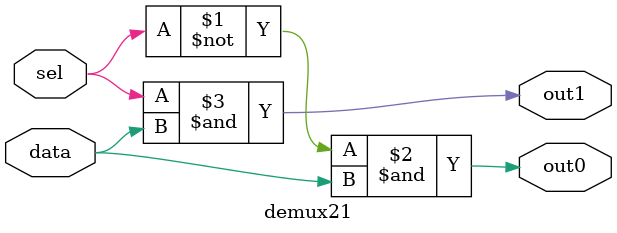
<source format=v>
module demux21 (
    input  data,        
    input  sel,         
    output out0, out1   
);


assign out0 = ~sel & data;
assign out1 =  sel & data;

endmodule
</source>
